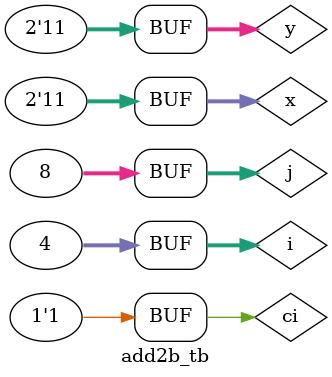
<source format=v>
`include "fac.v"

module add2b(
   input [1:0]x,
   input [1:0]y,
   input ci,
   output [1:0]sum,co
);

wire aux;

fac FAC0(
.ci(ci),
.x(x[0]),
.y(y[0]),
.o(sum[0]),
.co(aux)
);

fac FAC1(
.ci(aux),
.x(x[1]),
.y(y[1]),
.o(sum[1]),
.co(co)
);

endmodule

module add2b_tb();
   
reg [1:0]x;
reg [1:0]y;
reg ci;
wire [1:0]sum;
wire co;

add2b ADD2B_DUT(
.x(x), .y(y), .ci(ci), .sum(sum), .co(co)
);

integer i,j;
  initial begin
    $display("Time\tx\ty\tci\tsum\tco");
    $monitor("%0t\t%02b\t%02b\t%b\t%02b\t%b", $time, x, y, ci, sum, co);
    for(i=0;i<=3;i=i+1)
	begin
		{x[1], x[0]}=i;
		for(j=0;j<=7;j=j+1)
		begin
			{y[1], y[0], ci}=j;
    			#100;
		end
  	end
  end
  
endmodule


</source>
